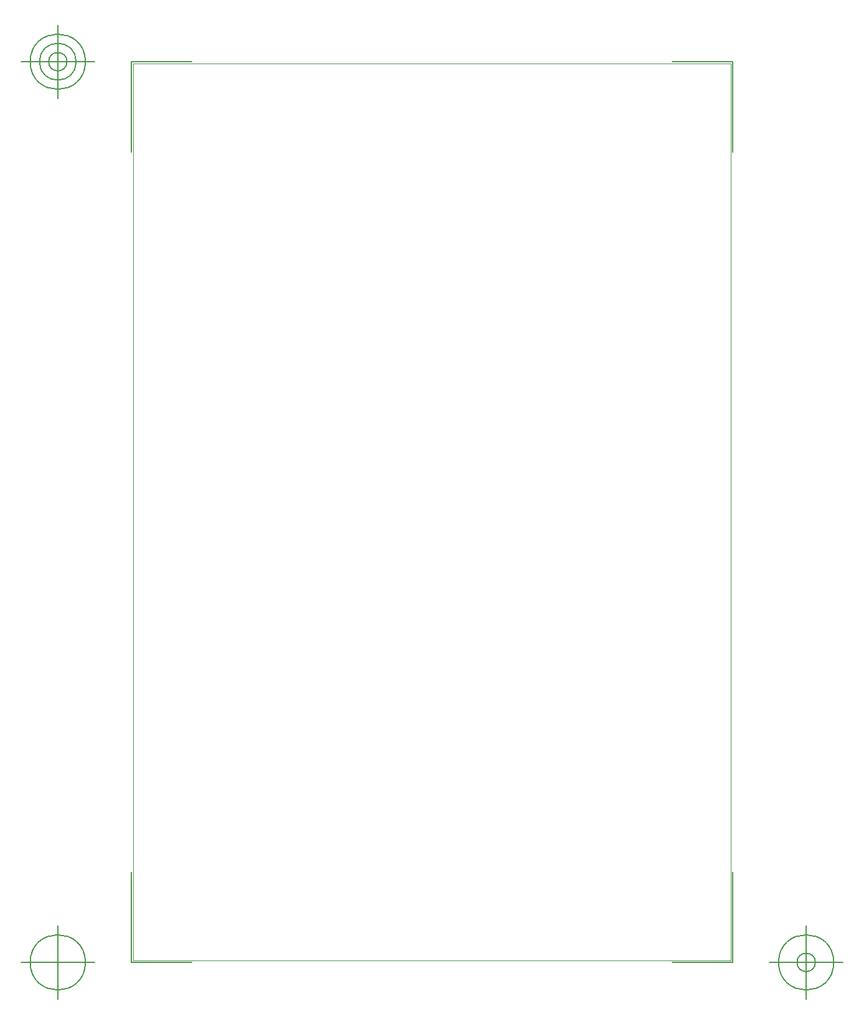
<source format=gbr>
G04 Generated by Ultiboard 14.1 *
%FSLAX33Y33*%
%MOMM*%

%ADD10C,0.001*%
%ADD11C,0.001*%
%ADD12C,0.127*%


G04 ColorRGB 00FFFF for the following layer *
%LNBoard Outline*%
%LPD*%
G54D10*
G54D11*
X0Y0D02*
X81280Y0D01*
X81280Y121920D01*
X0Y121920D01*
X0Y0D01*
G54D12*
X-254Y-254D02*
X-254Y11989D01*
X-254Y-254D02*
X7925Y-254D01*
X81534Y-254D02*
X73355Y-254D01*
X81534Y-254D02*
X81534Y11989D01*
X81534Y122174D02*
X81534Y109931D01*
X81534Y122174D02*
X73355Y122174D01*
X-254Y122174D02*
X7925Y122174D01*
X-254Y122174D02*
X-254Y109931D01*
X-5254Y-254D02*
X-15254Y-254D01*
X-10254Y-5254D02*
X-10254Y4746D01*
X-14004Y-254D02*
G75*
D01*
G02X-14004Y-254I3750J0*
G01*
X86534Y-254D02*
X96534Y-254D01*
X91534Y-5254D02*
X91534Y4746D01*
X87784Y-254D02*
G75*
D01*
G02X87784Y-254I3750J0*
G01*
X90284Y-254D02*
G75*
D01*
G02X90284Y-254I1250J0*
G01*
X-5254Y122174D02*
X-15254Y122174D01*
X-10254Y117174D02*
X-10254Y127174D01*
X-14004Y122174D02*
G75*
D01*
G02X-14004Y122174I3750J0*
G01*
X-12754Y122174D02*
G75*
D01*
G02X-12754Y122174I2500J0*
G01*
X-11504Y122174D02*
G75*
D01*
G02X-11504Y122174I1250J0*
G01*

M02*

</source>
